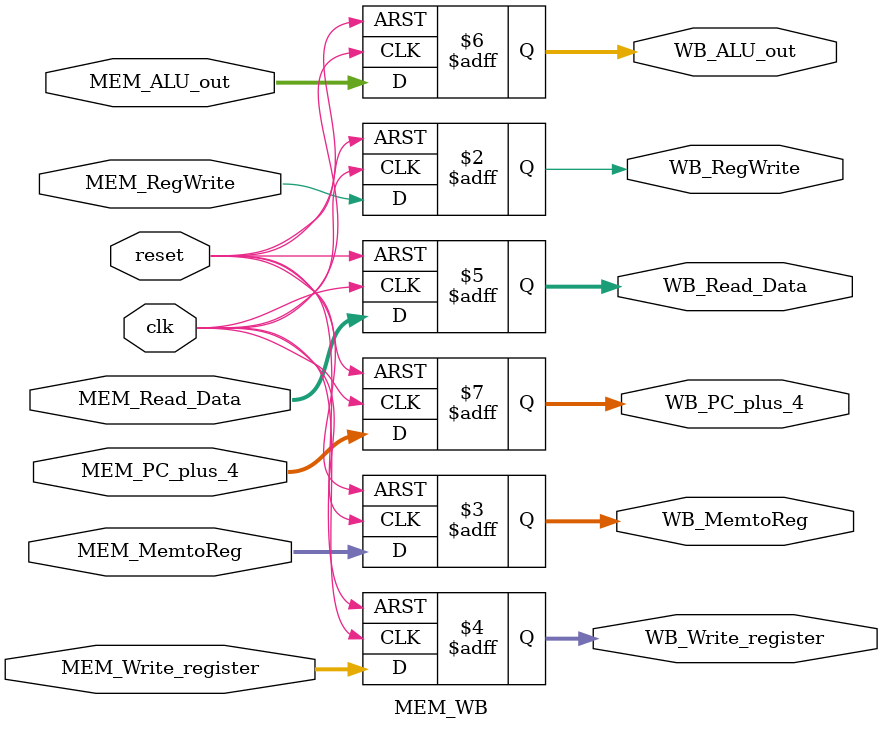
<source format=v>
module MEM_WB (
    input                clk,
    input                reset,
    input                MEM_RegWrite,
    input  wire [ 1 : 0] MEM_MemtoReg,
    input  wire [ 4 : 0] MEM_Write_register,
    input  wire [31 : 0] MEM_Read_Data,
    input  wire [31 : 0] MEM_ALU_out,
    input  wire [31 : 0] MEM_PC_plus_4,
    output reg           WB_RegWrite,
    output reg  [ 1 : 0] WB_MemtoReg,
    output reg  [ 4 : 0] WB_Write_register,
    output reg  [31 : 0] WB_Read_Data,
    output reg  [31 : 0] WB_ALU_out,
    output reg  [31 : 0] WB_PC_plus_4
);
    always @(posedge clk or posedge reset) begin
        if (reset) begin
            WB_RegWrite <= 0;
            WB_MemtoReg <= 0;
            WB_Write_register <= 0;
            WB_Read_Data <= 0;
            WB_ALU_out <= 0;
            WB_PC_plus_4 <= 32'h4;
        end
        else begin
            WB_RegWrite <= MEM_RegWrite;
            WB_MemtoReg <= MEM_MemtoReg;
            WB_Write_register <= MEM_Write_register;
            WB_Read_Data <= MEM_Read_Data;
            WB_ALU_out <= MEM_ALU_out;
            WB_PC_plus_4 <= MEM_PC_plus_4;
        end
    end
endmodule

</source>
